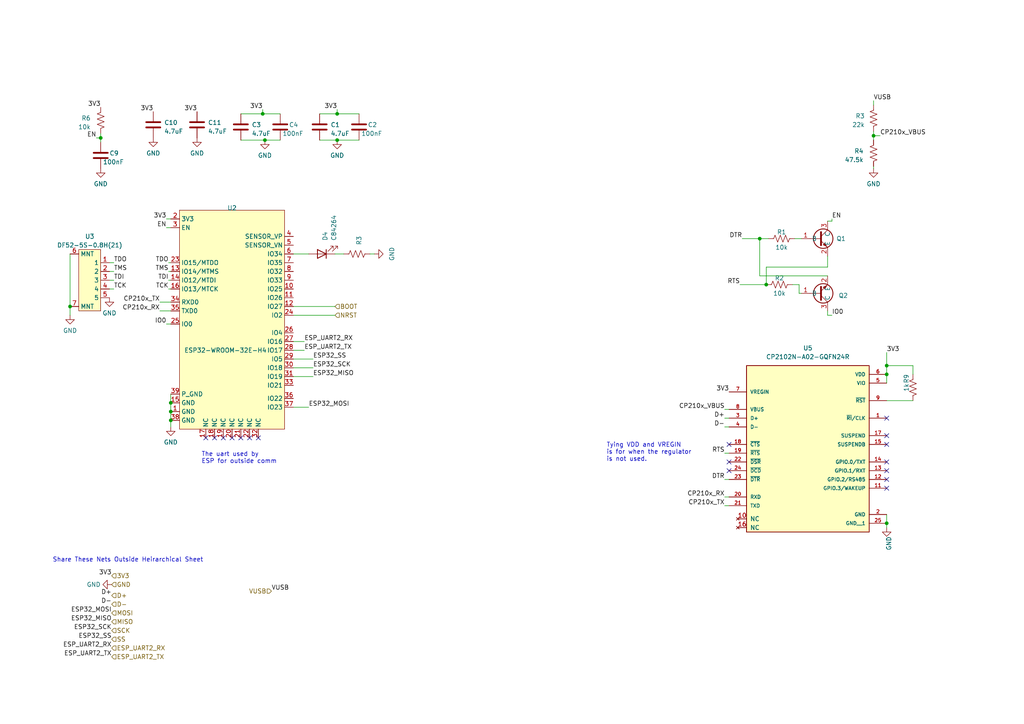
<source format=kicad_sch>
(kicad_sch (version 20230121) (generator eeschema)
  (paper "A4")
  (lib_symbols
    (symbol "foc-pcb:LED" (pin_numbers hide) (pin_names (offset 1.016) hide)
      (property "Reference" "D" (at 0 2.54 0))
      (property "Value" "LED" (at 0 -2.54 0))
      (symbol "LED_0_1"
        (polyline (pts (xy -1.27 -1.27) (xy -1.27 1.27)) (stroke (width 0.254)))
        (polyline (pts (xy -1.27 0) (xy 1.27 0)))
        (polyline (pts (xy 1.27 -1.27) (xy 1.27 1.27) (xy -1.27 0) (xy 1.27 -1.27)) (stroke (width 0.254)))
        (polyline (pts (xy -3.048 -0.762) (xy -4.572 -2.286) (xy -3.81 -2.286) (xy -4.572 -2.286) (xy -4.572 -1.524)))
        (polyline (pts (xy -1.778 -0.762) (xy -3.302 -2.286) (xy -2.54 -2.286) (xy -3.302 -2.286) (xy -3.302 -1.524)))
      )
      (symbol "LED_1_1"
        (pin passive line (at -3.81 0 0) (length 2.54) (name "K") (number "1"))
        (pin passive line (at 3.81 0 180) (length 2.54) (name "A") (number "2"))
      )
    )
    (symbol "foc-pcb:Resistor" (pin_numbers hide) (pin_names (offset 0))
      (property "Reference" "R" (at 2.54 0 90))
      (symbol "Resistor_0_1"
        (polyline (pts (xy 0 -2.286) (xy 0 -2.54)))
        (polyline (pts (xy 0 2.286) (xy 0 2.54)))
        (polyline (pts (xy 0 -0.762) (xy 1.016 -1.143) (xy 0 -1.524) (xy -1.016 -1.905) (xy 0 -2.286)))
        (polyline (pts (xy 0 0.762) (xy 1.016 0.381) (xy 0 0) (xy -1.016 -0.381) (xy 0 -0.762)))
        (polyline (pts (xy 0 2.286) (xy 1.016 1.905) (xy 0 1.524) (xy -1.016 1.143) (xy 0 0.762)))
      )
      (symbol "Resistor_1_1"
        (pin passive line (at 0 3.81 270) (length 1.27) (name "~") (number "1"))
        (pin passive line (at 0 -3.81 90) (length 1.27) (name "~") (number "2"))
      )
    )
    (symbol "power:GND" (power) (pin_names (offset 0))
      (property "Value" "GND" (at 0 -3.81 0))
      (symbol "GND_0_1"
        (polyline (pts (xy 0 0) (xy 0 -1.27) (xy 1.27 -1.27) (xy 0 -2.54) (xy -1.27 -1.27) (xy 0 -1.27)))
      )
      (symbol "GND_1_1"
        (pin power_in line (at 0 0 270) (length 0) hide (name "GND") (number "1"))
      )
    )
    (symbol "robot-cortex:CP2102N-A02-GQFN24R" (pin_names (offset 1.016))
      (property "Reference" "U" (at -17.78 23.86 0))
      (property "Value" "CP2102N-A02-GQFN24R" (at -17.78 -27.94 0))
      (symbol "CP2102N-A02-GQFN24R_0_0"
        (rectangle (start -17.78 -25.4) (end 17.78 22.86) (stroke (width 0.254)) (fill (type background)))
        (pin bidirectional line (at 22.86 7.62 180) (length 5.08) (name "~{RI}/CLK") (number "1"))
        (pin bidirectional line (at 22.86 -12.7 180) (length 5.08) (name "GPIO.3/WAKEUP") (number "11"))
        (pin bidirectional line (at 22.86 -10.16 180) (length 5.08) (name "GPIO.2/RS485") (number "12"))
        (pin bidirectional line (at 22.86 -7.62 180) (length 5.08) (name "GPIO.1/RXT") (number "13"))
        (pin bidirectional line (at 22.86 -5.08 180) (length 5.08) (name "GPIO.0/TXT") (number "14"))
        (pin output line (at 22.86 0 180) (length 5.08) (name "SUSPENDB") (number "15"))
        (pin output line (at 22.86 2.54 180) (length 5.08) (name "SUSPEND") (number "17"))
        (pin input line (at -22.86 0 0) (length 5.08) (name "~{CTS}") (number "18"))
        (pin output line (at -22.86 -2.54 0) (length 5.08) (name "~{RTS}") (number "19"))
        (pin power_in line (at 22.86 -20.32 180) (length 5.08) (name "GND") (number "2"))
        (pin input line (at -22.86 -15.24 0) (length 5.08) (name "RXD") (number "20"))
        (pin output line (at -22.86 -17.78 0) (length 5.08) (name "TXD") (number "21"))
        (pin input line (at -22.86 -5.08 0) (length 5.08) (name "~{DSR}") (number "22"))
        (pin output line (at -22.86 -10.16 0) (length 5.08) (name "~{DTR}") (number "23"))
        (pin input line (at -22.86 -7.62 0) (length 5.08) (name "~{DCD}") (number "24"))
        (pin power_in line (at 22.86 -22.86 180) (length 5.08) (name "GND__1") (number "25"))
        (pin bidirectional line (at -22.86 7.62 0) (length 5.08) (name "D+") (number "3"))
        (pin bidirectional line (at -22.86 5.08 0) (length 5.08) (name "D-") (number "4"))
        (pin power_in line (at 22.86 17.78 180) (length 5.08) (name "VIO") (number "5"))
        (pin power_in line (at 22.86 20.32 180) (length 5.08) (name "VDD") (number "6"))
        (pin input line (at -22.86 15.24 0) (length 5.08) (name "VREGIN") (number "7"))
        (pin input line (at -22.86 10.16 0) (length 5.08) (name "VBUS") (number "8"))
        (pin bidirectional line (at 22.86 12.7 180) (length 5.08) (name "~{RST}") (number "9"))
      )
      (symbol "CP2102N-A02-GQFN24R_1_1"
        (pin no_connect line (at -20.32 -21.59 0) (length 2.54) (name "NC") (number "10"))
        (pin no_connect line (at -20.32 -24.13 0) (length 2.54) (name "NC") (number "16"))
      )
    )
    (symbol "robot-cortex:Capacitor" (pin_numbers hide) (pin_names (offset 0.254))
      (property "Reference" "C" (at 0.635 2.54 0))
      (property "Value" "Capacitor" (at 0.635 -2.54 0))
      (symbol "Capacitor_0_1"
        (polyline (pts (xy -2.032 -0.762) (xy 2.032 -0.762)) (stroke (width 0.508)))
        (polyline (pts (xy -2.032 0.762) (xy 2.032 0.762)) (stroke (width 0.508)))
      )
      (symbol "Capacitor_1_1"
        (pin passive line (at 0 3.81 270) (length 2.794) (name "~") (number "1"))
        (pin passive line (at 0 -3.81 90) (length 2.794) (name "~") (number "2"))
      )
    )
    (symbol "robot-cortex:DF52-5S-0.8H(21)"
      (property "Reference" "U" (at 0 0 0))
      (property "Value" "DF52-5S-0.8H(21)" (at 1.27 -10.16 0))
      (symbol "DF52-5S-0.8H(21)_0_1"
        (rectangle (start -3.81 8.89) (end 2.54 -8.89) (fill (type background)))
      )
      (symbol "DF52-5S-0.8H(21)_1_1"
        (pin input line (at -6.35 5.08 0) (length 2.54) (name "1") (number "1"))
        (pin input line (at -6.35 2.54 0) (length 2.54) (name "2") (number "2"))
        (pin input line (at -6.35 0 0) (length 2.54) (name "3") (number "3"))
        (pin input line (at -6.35 -2.54 0) (length 2.54) (name "4") (number "4"))
        (pin input line (at -6.35 -5.08 0) (length 2.54) (name "5") (number "5"))
        (pin input line (at 5.08 7.62 180) (length 2.54) (name "MNT") (number "6"))
        (pin input line (at 5.08 -7.62 180) (length 2.54) (name "MNT") (number "7"))
      )
    )
    (symbol "robot-cortex:ESP32-WROOM-32E-H4"
      (property "Reference" "U" (at 1.27 12.7 0))
      (property "Value" "ESP32-WROOM-32E-H4" (at -11.43 2.54 0))
      (symbol "ESP32-WROOM-32E-H4_0_1"
        (rectangle (start -15.24 36.83) (end 15.24 -26.67) (fill (type background)))
      )
      (symbol "ESP32-WROOM-32E-H4_1_1"
        (pin input line (at -17.78 -21.59 0) (length 2.54) (name "GND") (number "1"))
        (pin input line (at 17.78 13.97 180) (length 2.54) (name "IO25") (number "10"))
        (pin input line (at 17.78 11.43 180) (length 2.54) (name "IO26") (number "11"))
        (pin input line (at 17.78 8.89 180) (length 2.54) (name "IO27") (number "12"))
        (pin input line (at -17.78 19.05 0) (length 2.54) (name "IO14/MTMS") (number "13"))
        (pin input line (at -17.78 16.51 0) (length 2.54) (name "IO12/MTDI") (number "14"))
        (pin input line (at -17.78 -19.05 0) (length 2.54) (name "GND") (number "15"))
        (pin input line (at -17.78 13.97 0) (length 2.54) (name "IO13/MTCK") (number "16"))
        (pin input line (at -7.62 -29.21 90) (length 2.54) (name "NC") (number "17"))
        (pin input line (at -5.08 -29.21 90) (length 2.54) (name "NC") (number "18"))
        (pin input line (at -2.54 -29.21 90) (length 2.54) (name "NC") (number "19"))
        (pin input line (at -17.78 34.29 0) (length 2.54) (name "3V3") (number "2"))
        (pin input line (at 0 -29.21 90) (length 2.54) (name "NC") (number "20"))
        (pin input line (at 2.54 -29.21 90) (length 2.54) (name "NC") (number "21"))
        (pin input line (at 5.08 -29.21 90) (length 2.54) (name "NC") (number "22"))
        (pin input line (at -17.78 21.59 0) (length 2.54) (name "IO15/MTDO") (number "23"))
        (pin input line (at 17.78 6.35 180) (length 2.54) (name "IO2") (number "24"))
        (pin input line (at -17.78 3.81 0) (length 2.54) (name "IO0") (number "25"))
        (pin input line (at 17.78 1.27 180) (length 2.54) (name "IO4") (number "26"))
        (pin input line (at 17.78 -1.27 180) (length 2.54) (name "IO16") (number "27"))
        (pin input line (at 17.78 -3.81 180) (length 2.54) (name "IO17") (number "28"))
        (pin input line (at 17.78 -6.35 180) (length 2.54) (name "IO5") (number "29"))
        (pin input line (at -17.78 31.75 0) (length 2.54) (name "EN") (number "3"))
        (pin input line (at 17.78 -8.89 180) (length 2.54) (name "IO18") (number "30"))
        (pin input line (at 17.78 -11.43 180) (length 2.54) (name "IO19") (number "31"))
        (pin input line (at 7.62 -29.21 90) (length 2.54) (name "NC") (number "32"))
        (pin input line (at 17.78 -13.97 180) (length 2.54) (name "IO21") (number "33"))
        (pin input line (at -17.78 10.16 0) (length 2.54) (name "RXD0") (number "34"))
        (pin input line (at -17.78 7.62 0) (length 2.54) (name "TXD0") (number "35"))
        (pin input line (at 17.78 -17.78 180) (length 2.54) (name "IO22") (number "36"))
        (pin input line (at 17.78 -20.32 180) (length 2.54) (name "IO23") (number "37"))
        (pin input line (at -17.78 -24.13 0) (length 2.54) (name "GND") (number "38"))
        (pin input line (at -17.78 -16.51 0) (length 2.54) (name "P_GND") (number "39"))
        (pin input line (at 17.78 29.21 180) (length 2.54) (name "SENSOR_VP") (number "4"))
        (pin input line (at 17.78 26.67 180) (length 2.54) (name "SENSOR_VN") (number "5"))
        (pin input line (at 17.78 24.13 180) (length 2.54) (name "IO34") (number "6"))
        (pin input line (at 17.78 21.59 180) (length 2.54) (name "IO35") (number "7"))
        (pin input line (at 17.78 19.05 180) (length 2.54) (name "IO32") (number "8"))
        (pin input line (at 17.78 16.51 180) (length 2.54) (name "IO33") (number "9"))
      )
    )
    (symbol "robot-cortex:Resistor" (pin_numbers hide) (pin_names (offset 0))
      (property "Reference" "R" (at 2.54 0 90))
      (symbol "Resistor_0_1"
        (polyline (pts (xy 0 -2.286) (xy 0 -2.54)))
        (polyline (pts (xy 0 2.286) (xy 0 2.54)))
        (polyline (pts (xy 0 -0.762) (xy 1.016 -1.143) (xy 0 -1.524) (xy -1.016 -1.905) (xy 0 -2.286)))
        (polyline (pts (xy 0 0.762) (xy 1.016 0.381) (xy 0 0) (xy -1.016 -0.381) (xy 0 -0.762)))
        (polyline (pts (xy 0 2.286) (xy 1.016 1.905) (xy 0 1.524) (xy -1.016 1.143) (xy 0 0.762)))
      )
      (symbol "Resistor_1_1"
        (pin passive line (at 0 3.81 270) (length 1.27) (name "~") (number "1"))
        (pin passive line (at 0 -3.81 90) (length 1.27) (name "~") (number "2"))
      )
    )
    (symbol "robot-cortex:SS8050-G"
      (property "Reference" "Q" (at 2.54 3.81 0))
      (symbol "SS8050-G_0_1"
        (polyline (pts (xy 2.54 0) (xy 5.715 0)) (stroke (width 0.1524)))
        (polyline (pts (xy 5.715 0.635) (xy 7.62 2.54)))
        (polyline (pts (xy 7.874 -1.27) (xy 7.874 -1.27)) (stroke (width 0.1524)))
        (polyline (pts (xy 7.874 -1.27) (xy 7.874 -1.27)) (stroke (width 0.1524)))
        (polyline (pts (xy 5.715 -0.635) (xy 7.62 -2.54) (xy 7.62 -2.54)))
        (polyline (pts (xy 5.715 1.905) (xy 5.715 -1.905) (xy 5.715 -1.905)) (stroke (width 0.508)))
        (polyline (pts (xy 6.35 -1.778) (xy 6.858 -1.27) (xy 7.366 -2.286) (xy 6.35 -1.778) (xy 6.35 -1.778)) (fill (type outline)))
        (circle (center 6.35 0) (radius 2.8194) (stroke (width 0.254)))
      )
      (symbol "SS8050-G_1_1"
        (pin input line (at 0 0 0) (length 2.54) (name "B") (number "1"))
        (pin open_emitter line (at 7.62 -5.08 90) (length 2.54) (name "E") (number "2"))
        (pin open_collector line (at 7.62 5.08 270) (length 2.54) (name "C") (number "3"))
      )
    )
  )
  (junction (at 220.345 69.215))
  (junction (at 257.175 151.765))
  (junction (at 257.175 108.585))
  (junction (at 97.79 40.64))
  (junction (at 253.365 39.37))
  (junction (at 222.25 82.55))
  (junction (at 29.21 40.005))
  (junction (at 49.53 119.38))
  (junction (at 76.835 40.64))
  (junction (at 257.175 106.045))
  (junction (at 76.2 33.02))
  (junction (at 20.32 88.9))
  (junction (at 49.53 116.84))
  (junction (at 49.53 121.92))
  (junction (at 97.79 33.02))
  (no_connect (at 62.23 127))
  (no_connect (at 64.77 127))
  (no_connect (at 59.69 127))
  (no_connect (at 74.93 127))
  (no_connect (at 257.175 136.525))
  (no_connect (at 257.175 133.985))
  (no_connect (at 211.455 133.985))
  (no_connect (at 69.85 127))
  (no_connect (at 257.175 128.905))
  (no_connect (at 67.31 127))
  (no_connect (at 72.39 127))
  (no_connect (at 257.175 121.285))
  (no_connect (at 257.175 141.605))
  (no_connect (at 257.175 126.365))
  (no_connect (at 211.455 136.525))
  (no_connect (at 211.455 128.905))
  (no_connect (at 257.175 139.065))
  (wire (pts (xy 33.02 81.28) (xy 31.75 81.28)))
  (wire (pts (xy 33.02 78.74) (xy 31.75 78.74)))
  (wire (pts (xy 49.53 119.38) (xy 49.53 116.84)))
  (wire (pts (xy 241.3 91.44) (xy 240.03 91.44)))
  (wire (pts (xy 215.265 69.215) (xy 220.345 69.215)))
  (wire (pts (xy 33.02 76.2) (xy 31.75 76.2)))
  (wire (pts (xy 90.805 104.14) (xy 85.09 104.14)))
  (wire (pts (xy 257.175 108.585) (xy 257.175 111.125)))
  (wire (pts (xy 257.175 102.235) (xy 257.175 106.045)))
  (wire (pts (xy 253.365 48.895) (xy 253.365 48.26)))
  (wire (pts (xy 240.03 77.47) (xy 222.25 77.47)))
  (wire (pts (xy 231.775 82.55) (xy 229.87 82.55)))
  (wire (pts (xy 210.185 139.065) (xy 211.455 139.065)))
  (wire (pts (xy 85.09 88.9) (xy 97.155 88.9)))
  (wire (pts (xy 253.365 29.21) (xy 253.365 30.48)))
  (wire (pts (xy 29.21 40.005) (xy 29.21 41.275)))
  (wire (pts (xy 264.795 116.205) (xy 257.175 116.205)))
  (wire (pts (xy 97.79 33.02) (xy 92.71 33.02)))
  (wire (pts (xy 230.505 69.215) (xy 232.41 69.215)))
  (wire (pts (xy 76.835 40.64) (xy 81.28 40.64)))
  (wire (pts (xy 48.26 93.98) (xy 49.53 93.98)))
  (wire (pts (xy 97.155 73.66) (xy 99.695 73.66)))
  (wire (pts (xy 257.175 106.045) (xy 257.175 108.585)))
  (wire (pts (xy 97.79 40.64) (xy 92.71 40.64)))
  (wire (pts (xy 46.355 90.17) (xy 49.53 90.17)))
  (wire (pts (xy 49.53 121.92) (xy 49.53 119.38)))
  (wire (pts (xy 210.185 146.685) (xy 211.455 146.685)))
  (wire (pts (xy 97.79 40.64) (xy 104.14 40.64)))
  (wire (pts (xy 264.795 106.045) (xy 257.175 106.045)))
  (wire (pts (xy 48.895 76.2) (xy 49.53 76.2)))
  (wire (pts (xy 48.26 66.04) (xy 49.53 66.04)))
  (wire (pts (xy 76.2 31.75) (xy 76.2 33.02)))
  (wire (pts (xy 257.175 153.035) (xy 257.175 151.765)))
  (wire (pts (xy 48.895 83.82) (xy 49.53 83.82)))
  (wire (pts (xy 257.175 151.765) (xy 257.175 149.225)))
  (wire (pts (xy 210.185 131.445) (xy 211.455 131.445)))
  (wire (pts (xy 49.53 123.825) (xy 49.53 121.92)))
  (wire (pts (xy 97.79 31.75) (xy 97.79 33.02)))
  (wire (pts (xy 240.03 74.295) (xy 240.03 77.47)))
  (wire (pts (xy 90.805 106.68) (xy 85.09 106.68)))
  (wire (pts (xy 29.21 38.735) (xy 29.21 40.005)))
  (wire (pts (xy 264.795 108.585) (xy 264.795 106.045)))
  (wire (pts (xy 69.85 33.02) (xy 76.2 33.02)))
  (wire (pts (xy 220.345 80.01) (xy 220.345 69.215)))
  (wire (pts (xy 27.94 40.005) (xy 29.21 40.005)))
  (wire (pts (xy 76.2 33.02) (xy 81.28 33.02)))
  (wire (pts (xy 231.775 85.09) (xy 231.775 82.55)))
  (wire (pts (xy 48.895 78.74) (xy 49.53 78.74)))
  (wire (pts (xy 231.775 85.09) (xy 232.41 85.09)))
  (wire (pts (xy 20.32 91.44) (xy 20.32 88.9)))
  (wire (pts (xy 214.63 82.55) (xy 222.25 82.55)))
  (wire (pts (xy 48.26 63.5) (xy 49.53 63.5)))
  (wire (pts (xy 210.185 118.745) (xy 211.455 118.745)))
  (wire (pts (xy 90.805 109.22) (xy 85.09 109.22)))
  (wire (pts (xy 240.03 91.44) (xy 240.03 90.17)))
  (wire (pts (xy 108.585 73.66) (xy 107.315 73.66)))
  (wire (pts (xy 210.185 123.825) (xy 211.455 123.825)))
  (wire (pts (xy 241.3 64.135) (xy 240.03 64.135)))
  (wire (pts (xy 85.09 91.44) (xy 97.155 91.44)))
  (wire (pts (xy 89.535 118.11) (xy 85.09 118.11)))
  (wire (pts (xy 33.02 83.82) (xy 31.75 83.82)))
  (wire (pts (xy 220.345 69.215) (xy 222.885 69.215)))
  (wire (pts (xy 76.835 40.64) (xy 69.85 40.64)))
  (wire (pts (xy 20.32 88.9) (xy 20.32 73.66)))
  (wire (pts (xy 88.265 99.06) (xy 85.09 99.06)))
  (wire (pts (xy 88.265 101.6) (xy 85.09 101.6)))
  (wire (pts (xy 49.53 114.3) (xy 49.53 116.84)))
  (wire (pts (xy 46.355 87.63) (xy 49.53 87.63)))
  (wire (pts (xy 97.79 33.02) (xy 104.14 33.02)))
  (wire (pts (xy 85.09 73.66) (xy 89.535 73.66)))
  (wire (pts (xy 253.365 38.1) (xy 253.365 39.37)))
  (wire (pts (xy 210.185 144.145) (xy 211.455 144.145)))
  (wire (pts (xy 253.365 39.37) (xy 253.365 40.64)))
  (wire (pts (xy 253.365 39.37) (xy 255.27 39.37)))
  (wire (pts (xy 210.185 121.285) (xy 211.455 121.285)))
  (wire (pts (xy 48.895 81.28) (xy 49.53 81.28)))
  (wire (pts (xy 222.25 77.47) (xy 222.25 82.55)))
  (wire (pts (xy 240.03 80.01) (xy 220.345 80.01)))
  (wire (pts (xy 241.3 63.5) (xy 241.3 64.135)))
  (text "Share These Nets Outside Heirarchical Sheet" (at 15.24 163.195 0) (effects (font (size 1.27 1.27)) (justify left bottom)))
  (text "Tying VDD and VREGIN \nis for when the regulator \nis not used." (at 175.895 133.985 0) (effects (font (size 1.27 1.27)) (justify left bottom)))
  (text "The uart used by\nESP for outside comm\n" (at 58.42 134.62 0) (effects (font (size 1.27 1.27)) (justify left bottom)))
  (label "EN" (at 27.94 40.005 180))
  (label "TDO" (at 48.895 76.2 180))
  (label "3V3" (at 97.79 31.75 180))
  (label "ESP32_MOSI" (at 89.535 118.11 0))
  (label "ESP_UART2_TX" (at 32.385 190.5 180))
  (label "TCK" (at 48.895 83.82 180))
  (label "ESP32_MISO" (at 90.805 109.22 0))
  (label "TDI" (at 33.02 81.28 0))
  (label "CP210x_VBUS" (at 255.27 39.37 0))
  (label "3V3" (at 44.45 32.385 180))
  (label "CP210x_RX" (at 46.355 90.17 180))
  (label "3V3" (at 76.2 31.75 180))
  (label "CP210x_TX" (at 210.185 146.685 180))
  (label "3V3" (at 57.15 32.385 180))
  (label "D+" (at 32.385 172.72 180))
  (label "CP210x_RX" (at 210.185 144.145 180))
  (label "ESP32_SS" (at 32.385 185.42 180))
  (label "3V3" (at 211.455 113.665 180))
  (label "TMS" (at 48.895 78.74 180))
  (label "RTS" (at 210.185 131.445 180))
  (label "TDI" (at 48.895 81.28 180))
  (label "TDO" (at 33.02 76.2 0))
  (label "EN" (at 48.26 66.04 180))
  (label "3V3" (at 29.21 31.115 180))
  (label "DTR" (at 210.185 139.065 180))
  (label "ESP32_MOSI" (at 32.385 177.8 180))
  (label "VUSB" (at 78.74 171.45 0))
  (label "D-" (at 32.385 175.26 180))
  (label "D+" (at 210.185 121.285 180))
  (label "CP210x_VBUS" (at 210.185 118.745 180))
  (label "TMS" (at 33.02 78.74 0))
  (label "VUSB" (at 253.365 29.21 0))
  (label "ESP_UART2_RX" (at 88.265 99.06 0))
  (label "D-" (at 210.185 123.825 180))
  (label "IO0" (at 241.3 91.44 0))
  (label "3V3" (at 32.385 167.005 180))
  (label "CP210x_TX" (at 46.355 87.63 180))
  (label "DTR" (at 215.265 69.215 180))
  (label "ESP32_SCK" (at 90.805 106.68 0))
  (label "EN" (at 241.3 63.5 0))
  (label "3V3" (at 48.26 63.5 180))
  (label "ESP_UART2_RX" (at 32.385 187.96 180))
  (label "3V3" (at 257.175 102.235 0))
  (label "TCK" (at 33.02 83.82 0))
  (label "ESP32_MISO" (at 32.385 180.34 180))
  (label "ESP_UART2_TX" (at 88.265 101.6 0))
  (label "ESP32_SS" (at 90.805 104.14 0))
  (label "IO0" (at 48.26 93.98 180))
  (label "ESP32_SCK" (at 32.385 182.88 180))
  (label "RTS" (at 214.63 82.55 180))
  (hierarchical_label "VUSB" (shape input) (at 78.74 171.45 180))
  (hierarchical_label "3V3" (shape input) (at 32.385 167.005 0))
  (hierarchical_label "SS" (shape input) (at 32.385 185.42 0))
  (hierarchical_label "ESP_UART2_TX" (shape input) (at 32.385 190.5 0))
  (hierarchical_label "D-" (shape input) (at 32.385 175.26 0))
  (hierarchical_label "NRST" (shape input) (at 97.155 91.44 0))
  (hierarchical_label "MISO" (shape input) (at 32.385 180.34 0))
  (hierarchical_label "SCK" (shape input) (at 32.385 182.88 0))
  (hierarchical_label "BOOT" (shape input) (at 97.155 88.9 0))
  (hierarchical_label "GND" (shape input) (at 32.385 169.545 0))
  (hierarchical_label "ESP_UART2_RX" (shape input) (at 32.385 187.96 0))
  (hierarchical_label "D+" (shape input) (at 32.385 172.72 0))
  (hierarchical_label "MOSI" (shape input) (at 32.385 177.8 0))
  (symbol (lib_id "power:GND") (at 76.835 40.64 0) (unit 1)
    (property "Reference" "#PWR05" (effects hide))
    (property "Value" "GND" (at 76.835 45.085 0))
    (instances (project "robot-cortex" (path "" (reference "#PWR05") (unit 1)) (path "" (reference "#PWR039") (unit 1))))
  )
  (symbol (lib_id "robot-cortex:Resistor") (at 253.365 34.29 0) (mirror x) (unit 1)
    (property "Reference" "R3" (at 250.825 33.655 0) (effects (justify right)))
    (property "Value" "22k" (at 250.825 36.195 0) (effects (justify right)))
    (property "Footprint" "robot-cortex:R_0402_1005Metric" (effects hide))
    (instances (project "robot-cortex" (path "" (reference "R3") (unit 1)) (path "" (reference "R7") (unit 1))))
  )
  (symbol (lib_id "robot-cortex:Capacitor") (at 29.21 45.085 0) (unit 1)
    (property "Reference" "C9" (at 31.75 44.45 0) (effects (justify left)))
    (property "Value" "100nF" (at 29.845 46.99 0) (effects (justify left)))
    (property "Footprint" "robot-cortex:C_0402_1005Metric" (effects hide))
    (instances (project "robot-cortex" (path "" (reference "C9") (unit 1)) (path "" (reference "C15") (unit 1))))
  )
  (symbol (lib_id "robot-cortex:Capacitor") (at 92.71 36.83 0) (unit 1)
    (property "Reference" "C1" (at 95.885 36.195 0) (effects (justify left)))
    (property "Value" "4.7uF" (at 95.885 38.735 0) (effects (justify left)))
    (property "Footprint" "robot-cortex:C_0603_1608Metric" (effects hide))
    (instances (project "robot-cortex" (path "" (reference "C1") (unit 1)) (path "" (reference "C20") (unit 1))))
  )
  (symbol (lib_id "power:GND") (at 44.45 40.005 0) (unit 1)
    (property "Reference" "#PWR021" (effects hide))
    (property "Value" "GND" (at 44.45 44.45 0))
    (instances (project "robot-cortex" (path "" (reference "#PWR021") (unit 1)) (path "" (reference "#PWR036") (unit 1))))
  )
  (symbol (lib_id "robot-cortex:Capacitor") (at 104.14 36.83 0) (unit 1)
    (property "Reference" "C2" (at 106.68 36.195 0) (effects (justify left)))
    (property "Value" "100nF" (at 104.775 38.735 0) (effects (justify left)))
    (property "Footprint" "robot-cortex:C_0402_1005Metric" (effects hide))
    (instances (project "robot-cortex" (path "" (reference "C2") (unit 1)) (path "" (reference "C21") (unit 1))))
  )
  (symbol (lib_id "robot-cortex:Capacitor") (at 57.15 36.195 0) (unit 1)
    (property "Reference" "C11" (at 60.325 35.56 0) (effects (justify left)))
    (property "Value" "4.7uF" (at 60.325 38.1 0) (effects (justify left)))
    (property "Footprint" "robot-cortex:C_0603_1608Metric" (effects hide))
    (instances (project "robot-cortex" (path "" (reference "C11") (unit 1)) (path "" (reference "C17") (unit 1))))
  )
  (symbol (lib_id "robot-cortex:Capacitor") (at 69.85 36.83 0) (unit 1)
    (property "Reference" "C3" (at 73.025 36.195 0) (effects (justify left)))
    (property "Value" "4.7uF" (at 73.025 38.735 0) (effects (justify left)))
    (property "Footprint" "robot-cortex:C_0603_1608Metric" (effects hide))
    (instances (project "robot-cortex" (path "" (reference "C3") (unit 1)) (path "" (reference "C18") (unit 1))))
  )
  (symbol (lib_id "robot-cortex:SS8050-G") (at 232.41 85.09 0) (mirror x) (unit 1)
    (property "Reference" "Q2" (at 243.205 85.725 0) (effects (justify left)))
    (property "Value" "SS8050-G" (effects hide))
    (property "Footprint" "robot-cortex:SOT-23-3" (effects hide))
  )
  (symbol (lib_id "power:GND") (at 97.79 40.64 0) (unit 1)
    (property "Reference" "#PWR04" (effects hide))
    (property "Value" "GND" (at 97.79 45.085 0))
    (instances (project "robot-cortex" (path "" (reference "#PWR04") (unit 1)) (path "" (reference "#PWR040") (unit 1))))
  )
  (symbol (lib_id "foc-pcb:LED") (at 93.345 73.66 180) (unit 1)
    (property "Reference" "D4" (at 94.2975 69.85 90) (effects (justify right)))
    (property "Value" "C84264" (at 96.8375 69.85 90) (effects (justify right)))
    (property "Footprint" "robot-cortex:LED_0603_1608Metric" (effects hide))
    (instances (project "robot-cortex" (path "" (reference "D4") (unit 1)) (path "" (reference "D7") (unit 1))) (project "foc-pcb" (path "" (reference "D1") (unit 1))))
  )
  (symbol (lib_id "power:GND") (at 31.75 86.36 0) (mirror y) (unit 1)
    (property "Reference" "#PWR08" (effects hide))
    (property "Value" "GND" (at 31.75 90.805 0))
    (instances (project "robot-cortex" (path "" (reference "#PWR08") (unit 1)) (path "" (reference "#PWR034") (unit 1))))
  )
  (symbol (lib_id "robot-cortex:Resistor") (at 264.795 112.395 0) (mirror x) (unit 1)
    (property "Reference" "R9" (at 262.89 109.855 90))
    (property "Value" "1k" (at 262.89 112.395 90))
    (property "Footprint" "robot-cortex:R_0402_1005Metric" (effects hide))
  )
  (symbol (lib_id "power:GND") (at 108.585 73.66 90) (mirror x) (unit 1)
    (property "Reference" "#PWR03" (effects hide))
    (property "Value" "GND" (at 113.665 73.66 0))
    (instances (project "robot-cortex" (path "" (reference "#PWR03") (unit 1)) (path "" (reference "#PWR044") (unit 1))) (project "foc-pcb" (path "" (reference "#PWR04") (unit 1))))
  )
  (symbol (lib_id "robot-cortex:SS8050-G") (at 232.41 69.215 0) (unit 1)
    (property "Reference" "Q1" (at 242.57 69.215 0) (effects (justify left)))
    (property "Value" "SS8050-G" (effects hide))
    (property "Footprint" "robot-cortex:SOT-23-3" (effects hide))
  )
  (symbol (lib_id "robot-cortex:CP2102N-A02-GQFN24R") (at 234.315 128.905 0) (unit 1)
    (property "Reference" "U5" (at 234.315 100.965 0))
    (property "Value" "CP2102N-A02-GQFN24R" (at 234.315 103.505 0))
    (property "Footprint" "robot-cortex:QFN50P400X400X80-25N" (effects hide))
    (property "B_NOM" "0.24" (effects hide))
    (property "A_MAX" "0.8" (effects hide))
    (property "B_MIN" "0.18" (effects hide))
    (property "B_MAX" "0.3" (effects hide))
    (property "ENOM" "0.5" (effects hide))
    (property "D_NOM" "4.0" (effects hide))
    (property "D_MAX" "4.0" (effects hide))
    (property "L_MAX" "0.5" (effects hide))
    (property "E2_NOM" "2.45" (effects hide))
    (property "STANDARD" "IPC 7351B" (effects hide))
    (property "PARTREV" "1.3" (effects hide))
    (property "E_NOM" "4.0" (effects hide))
    (property "D2_NOM" "2.45" (effects hide))
    (property "L_NOM" "0.4" (effects hide))
    (property "MANUFACTURER" "Silicon Labs" (effects hide))
    (property "PIN_COUNT_E" "6.0" (effects hide))
    (property "PIN_COUNT_D" "6.0" (effects hide))
    (property "E_MIN" "4.0" (effects hide))
    (property "D_MIN" "4.0" (effects hide))
    (property "L_MIN" "0.3" (effects hide))
    (property "E_MAX" "4.0" (effects hide))
    (instances (project "robot-cortex" (path "" (reference "U5") (unit 1)) (path "" (reference "U9") (unit 1))))
  )
  (symbol (lib_id "robot-cortex:Capacitor") (at 44.45 36.195 0) (unit 1)
    (property "Reference" "C10" (at 47.625 35.56 0) (effects (justify left)))
    (property "Value" "4.7uF" (at 47.625 38.1 0) (effects (justify left)))
    (property "Footprint" "robot-cortex:C_0603_1608Metric" (effects hide))
    (instances (project "robot-cortex" (path "" (reference "C10") (unit 1)) (path "" (reference "C16") (unit 1))))
  )
  (symbol (lib_id "robot-cortex:Resistor") (at 226.695 69.215 90) (unit 1)
    (property "Reference" "R1" (at 226.695 67.31 90))
    (property "Value" "10k" (at 226.695 71.755 90))
    (property "Footprint" "robot-cortex:R_0402_1005Metric" (effects hide))
    (instances (project "robot-cortex" (path "" (reference "R1") (unit 1)) (path "" (reference "R6") (unit 1))))
  )
  (symbol (lib_id "robot-cortex:Resistor") (at 253.365 44.45 0) (mirror x) (unit 1)
    (property "Reference" "R4" (at 250.4766 43.815 0) (effects (justify right)))
    (property "Value" "47.5k" (at 250.4766 46.355 0) (effects (justify right)))
    (property "Footprint" "robot-cortex:R_0402_1005Metric" (effects hide))
    (instances (project "robot-cortex" (path "" (reference "R4") (unit 1)) (path "" (reference "R8") (unit 1))))
  )
  (symbol (lib_id "robot-cortex:Resistor") (at 29.21 34.925 0) (mirror x) (unit 1)
    (property "Reference" "R6" (at 26.3216 34.29 0) (effects (justify right)))
    (property "Value" "10k" (at 26.3216 36.83 0) (effects (justify right)))
    (property "Footprint" "robot-cortex:R_0402_1005Metric" (effects hide))
    (instances (project "robot-cortex" (path "" (reference "R6") (unit 1)) (path "" (reference "R4") (unit 1))))
  )
  (symbol (lib_id "power:GND") (at 257.175 153.035 0) (unit 1)
    (property "Reference" "#PWR014" (effects hide))
    (property "Value" "GND" (at 257.81 155.575 90) (effects (justify right)))
    (instances (project "robot-cortex" (path "" (reference "#PWR014") (unit 1)) (path "" (reference "#PWR042") (unit 1))))
  )
  (symbol (lib_id "power:GND") (at 49.53 123.825 0) (unit 1)
    (property "Reference" "#PWR01" (effects hide))
    (property "Value" "GND" (at 49.53 128.27 0))
    (instances (project "robot-cortex" (path "" (reference "#PWR01") (unit 1)) (path "" (reference "#PWR037") (unit 1))))
  )
  (symbol (lib_id "robot-cortex:ESP32-WROOM-32E-H4") (at 67.31 97.79 0) (unit 1)
    (property "Reference" "U2" (at 67.31 60.325 0))
    (property "Value" "ESP32-WROOM-32E-H4" (at 65.405 101.6 0))
    (property "Footprint" "robot-cortex:ESP32-WROOM-32" (effects hide))
    (instances (project "robot-cortex" (path "" (reference "U2") (unit 1)) (path "" (reference "U8") (unit 1))))
  )
  (symbol (lib_id "foc-pcb:Resistor") (at 103.505 73.66 90) (unit 1)
    (property "Reference" "R3" (at 104.14 71.12 0) (effects (justify left)))
    (property "Value" "470" (effects hide))
    (property "Footprint" "robot-cortex:R_0402_1005Metric" (effects hide))
    (instances (project "robot-cortex" (path "" (reference "R3") (unit 1)) (path "" (reference "R17") (unit 1))) (project "foc-pcb" (path "" (reference "R4") (unit 1))))
  )
  (symbol (lib_id "power:GND") (at 32.385 169.545 270) (unit 1)
    (property "Reference" "#PWR01" (effects hide))
    (property "Value" "GND" (at 29.21 169.545 90) (effects (justify right)))
    (instances (project "robot-cortex" (path "" (reference "#PWR01") (unit 1)) (path "" (reference "#PWR035") (unit 1))))
  )
  (symbol (lib_id "robot-cortex:Resistor") (at 226.06 82.55 90) (unit 1)
    (property "Reference" "R2" (at 226.06 80.645 90))
    (property "Value" "10k" (at 226.06 85.09 90))
    (property "Footprint" "robot-cortex:R_0402_1005Metric" (effects hide))
    (instances (project "robot-cortex" (path "" (reference "R2") (unit 1)) (path "" (reference "R5") (unit 1))))
  )
  (symbol (lib_id "power:GND") (at 253.365 48.895 0) (unit 1)
    (property "Reference" "#PWR02" (effects hide))
    (property "Value" "GND" (at 253.365 53.34 0))
    (instances (project "robot-cortex" (path "" (reference "#PWR02") (unit 1)) (path "" (reference "#PWR041") (unit 1))))
  )
  (symbol (lib_id "power:GND") (at 29.21 48.895 0) (unit 1)
    (property "Reference" "#PWR020" (effects hide))
    (property "Value" "GND" (at 29.21 53.34 0))
    (instances (project "robot-cortex" (path "" (reference "#PWR020") (unit 1)) (path "" (reference "#PWR033") (unit 1))))
  )
  (symbol (lib_id "robot-cortex:DF52-5S-0.8H(21)") (at 25.4 81.28 0) (mirror y) (unit 1)
    (property "Reference" "U3" (at 26.035 68.58 0))
    (property "Value" "DF52-5S-0.8H(21)" (at 26.035 71.12 0))
    (property "Footprint" "robot-cortex:DF52-5S-0.8H(21)" (effects hide))
    (instances (project "robot-cortex" (path "" (reference "U3") (unit 1)) (path "" (reference "U7") (unit 1))))
  )
  (symbol (lib_id "power:GND") (at 57.15 40.005 0) (unit 1)
    (property "Reference" "#PWR022" (effects hide))
    (property "Value" "GND" (at 57.15 44.45 0))
    (instances (project "robot-cortex" (path "" (reference "#PWR022") (unit 1)) (path "" (reference "#PWR038") (unit 1))))
  )
  (symbol (lib_id "robot-cortex:Capacitor") (at 81.28 36.83 0) (unit 1)
    (property "Reference" "C4" (at 83.82 36.195 0) (effects (justify left)))
    (property "Value" "100nF" (at 81.915 38.735 0) (effects (justify left)))
    (property "Footprint" "robot-cortex:C_0402_1005Metric" (effects hide))
    (instances (project "robot-cortex" (path "" (reference "C4") (unit 1)) (path "" (reference "C19") (unit 1))))
  )
  (symbol (lib_id "power:GND") (at 20.32 91.44 0) (mirror y) (unit 1)
    (property "Reference" "#PWR07" (effects hide))
    (property "Value" "GND" (at 20.32 95.885 0))
    (instances (project "robot-cortex" (path "" (reference "#PWR07") (unit 1)) (path "" (reference "#PWR032") (unit 1))))
  )
)
</source>
